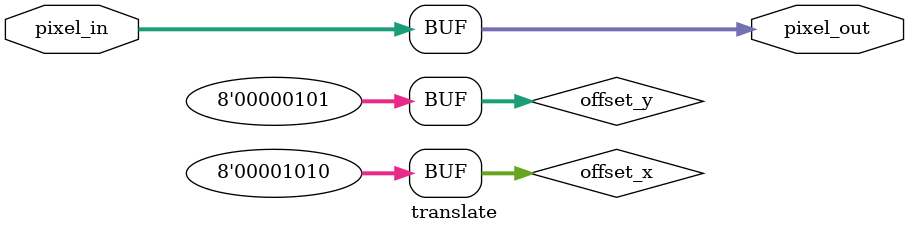
<source format=v>
module translate(input [7:0] pixel_in, output reg [7:0] pixel_out);
    reg [7:0] offset_x, offset_y;
    
    initial begin
        // Set translation offsets (simple translation for testing)
        offset_x = 10;  // Shift 10 pixels in X direction
        offset_y = 5;   // Shift 5 pixels in Y direction
    end
    
    always @(*) begin
        // Apply translation (simplified)
        pixel_out = pixel_in;  // Placeholder, actual translation logic to be added
    end
endmodule

</source>
